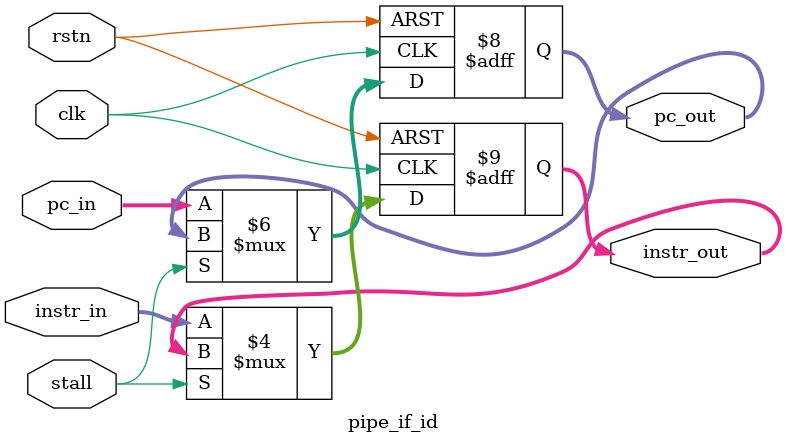
<source format=v>
`timescale 1ns / 1ps


module pipe_if_id (
    input clk,
    input rstn,
    input stall,
    input [7:0] pc_in,
    input [19:0] instr_in,
    output reg [7:0] pc_out,
    output reg [19:0] instr_out
);
    always @(posedge clk or negedge rstn) begin
        if (!rstn) begin
            pc_out <= 0;
            instr_out <= 0;
        end else if (!stall) begin
            pc_out <= pc_in;
            instr_out <= instr_in;
        end
    end
endmodule



</source>
